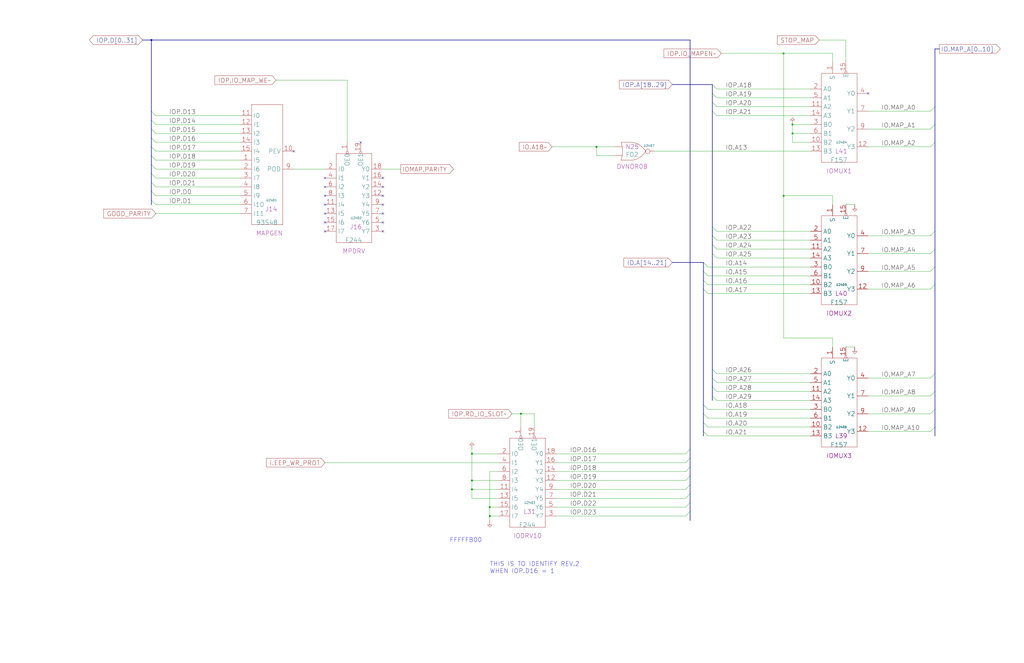
<source format=kicad_sch>
(kicad_sch (version 20250114) (generator "eeschema") (generator_version "9.0")
  (paper "User" 584.2 378.46)
  (title_block (title "IO BUS\\nMAP ADDRESSING") (date "22-SEP-90") (rev "2.0") (comment 1 "IOC") (comment 2 "232-003061") (comment 3 "S400") (comment 4 "RELEASED"))
  (lib_symbols
    (symbol "r1000:93S48" (pin_names (offset 1.016))
      (property "Reference" "U" (at 2.54 5.08 0))
      (property "Value" "93S48" (at -6.35 -7.62 0))
      (property "Location" "___" (at -1.27 0 0))
      (property "Name" "______" (at 1.27 -15.24 0))
      (symbol "93S48_1_1"
        (rectangle (start -8.89 59.69) (end 8.89 -8.89))
        (pin input line (at -15.24 53.34 0) (length 6.35) (name "I0") (number "11"))
        (pin input line (at -15.24 48.26 0) (length 6.35) (name "I1") (number "12"))
        (pin input line (at -15.24 43.18 0) (length 6.35) (name "I2") (number "13"))
        (pin input line (at -15.24 38.1 0) (length 6.35) (name "I3") (number "14"))
        (pin input line (at -15.24 33.02 0) (length 6.35) (name "I4") (number "15"))
        (pin input line (at -15.24 27.94 0) (length 6.35) (name "I5") (number "1"))
        (pin input line (at -15.24 22.86 0) (length 6.35) (name "I6") (number "2"))
        (pin input line (at -15.24 17.78 0) (length 6.35) (name "I7") (number "3"))
        (pin input line (at -15.24 12.7 0) (length 6.35) (name "I8") (number "4"))
        (pin input line (at -15.24 7.62 0) (length 6.35) (name "I9") (number "5"))
        (pin input line (at -15.24 2.54 0) (length 6.35) (name "I10") (number "6"))
        (pin input line (at -15.24 -2.54 0) (length 6.35) (name "I11") (number "7"))
        (pin output line (at 15.24 33.02 180) (length 6.35) (name "PEV") (number "10"))
        (pin output line (at 15.24 22.86 180) (length 6.35) (name "POD") (number "9"))
      )
    )
    (symbol "r1000:F02" (pin_numbers (hide yes)) (pin_names (hide yes))
      (property "Reference" "U" (at 12.16 0.635 0))
      (property "Value" "F02" (at -1.27 -4.445 0))
      (property "Location" "___" (at 2.54 0 0))
      (property "Name" "______" (at 2.54 -12.7 0))
      (symbol "F02_0_1"
        (arc (start -3.81 2.54) (mid -2.9847 -2.54) (end -3.81 -7.62) (stroke (width 0.1524)))
        (polyline (pts (xy -5.08 0) (xy -3.175 0)) (stroke (width 0.1524)))
        (polyline (pts (xy -5.08 -5.08) (xy -3.175 -5.08)) (stroke (width 0.1524)))
        (polyline (pts (xy -3.81 2.54) (xy 2.54 2.54)) (stroke (width 0.1524)))
        (polyline (pts (xy -3.81 -7.62) (xy 2.54 -7.62)) (stroke (width 0.1524)))
        (arc (start 2.54 2.54) (mid 6.9477 0.8966) (end 10.16 -2.54) (stroke (width 0.1524)))
        (arc (start 10.16 -2.54) (mid 6.9515 -5.9823) (end 2.54 -7.62) (stroke (width 0.1524)))
        (circle (center 11.43 -2.54) (radius 1.27) (stroke (width 0.1524)))
        (polyline (pts (xy 13.97 -2.54) (xy 12.7 -2.54)) (stroke (width 0.1524)))
      )
      (symbol "F02_0_2"
        (circle (center -3.81 0) (radius 1.27) (stroke (width 0.1524)))
        (circle (center -3.81 -5.08) (radius 1.27) (stroke (width 0.1524)))
        (polyline (pts (xy -2.54 2.54) (xy -2.54 -7.62)) (stroke (width 0.1524)))
        (polyline (pts (xy -2.54 2.54) (xy 5.08 2.54)) (stroke (width 0.1524)))
        (polyline (pts (xy -2.54 -7.62) (xy 5.08 -7.62)) (stroke (width 0.1524)))
        (arc (start 5.08 2.54) (mid 10.1281 -2.54) (end 5.08 -7.62) (stroke (width 0.1524)))
        (polyline (pts (xy 11.43 -2.54) (xy 10.16 -2.54)) (stroke (width 0.1524)))
        (polyline (pts (xy 11.43 -2.54) (xy 12.7 -2.54)) (stroke (width 0.1524)))
      )
      (symbol "F02_1_1"
        (pin input line (at -7.62 0 0) (length 2.54) (name "D0") (number "1"))
        (pin input line (at -7.62 -5.08 0) (length 2.54) (name "D1") (number "2"))
        (pin output line (at 15.24 -2.54 180) (length 1.27) (name "Q") (number "3"))
      )
      (symbol "F02_1_2"
        (pin input line (at -7.62 0 0) (length 2.54) (name "D0") (number "1"))
        (pin input line (at -7.62 -5.08 0) (length 2.54) (name "D1") (number "2"))
        (pin output line (at 15.24 -2.54 180) (length 2.54) (name "Q") (number "3"))
      )
    )
    (symbol "r1000:F157" (pin_names (offset 1.016))
      (property "Reference" "U" (at 2.54 5.08 0))
      (property "Value" "F157" (at -3.81 -5.08 0))
      (property "Location" "___" (at -1.27 0 0))
      (property "Name" "______" (at 1.27 -12.7 0))
      (symbol "F157_1_1"
        (rectangle (start -8.89 44.45) (end 11.43 -6.35))
        (circle (center 5.08 45.085) (radius 0.635))
        (pin input line (at -15.24 35.56 0) (length 6.35) (name "A0") (number "2"))
        (pin input line (at -15.24 30.48 0) (length 6.35) (name "A1") (number "5"))
        (pin input line (at -15.24 25.4 0) (length 6.35) (name "A2") (number "11"))
        (pin input line (at -15.24 20.32 0) (length 6.35) (name "A3") (number "14"))
        (pin input line (at -15.24 15.24 0) (length 6.35) (name "B0") (number "3"))
        (pin input line (at -15.24 10.16 0) (length 6.35) (name "B1") (number "6"))
        (pin input line (at -15.24 5.08 0) (length 6.35) (name "B2") (number "10"))
        (pin input line (at -15.24 0 0) (length 6.35) (name "B3") (number "13"))
        (pin input line (at -2.54 50.8 270) (length 6.35) (name "S") (number "1"))
        (pin input line (at 5.08 50.8 270) (length 5.08) (name "E") (number "15"))
        (pin output line (at 17.78 33.02 180) (length 6.35) (name "Y0") (number "4"))
        (pin output line (at 17.78 22.86 180) (length 6.35) (name "Y1") (number "7"))
        (pin output line (at 17.78 12.7 180) (length 6.35) (name "Y2") (number "9"))
        (pin output line (at 17.78 2.54 180) (length 6.35) (name "Y3") (number "12"))
      )
    )
    (symbol "r1000:F244" (pin_names (offset 1.016))
      (property "Reference" "U" (at 2.54 5.08 0))
      (property "Value" "F244" (at -3.81 -7.62 0))
      (property "Location" "___" (at -1.27 0 0))
      (property "Name" "______" (at 1.27 -15.24 0))
      (symbol "F244_1_1"
        (rectangle (start -8.89 41.91) (end 11.43 -8.89))
        (circle (center -2.54 42.545) (radius 0.635))
        (circle (center 5.08 42.545) (radius 0.635))
        (pin input line (at -15.24 33.02 0) (length 6.35) (name "I0") (number "2"))
        (pin input line (at -15.24 27.94 0) (length 6.35) (name "I1") (number "4"))
        (pin input line (at -15.24 22.86 0) (length 6.35) (name "I2") (number "6"))
        (pin input line (at -15.24 17.78 0) (length 6.35) (name "I3") (number "8"))
        (pin input line (at -15.24 12.7 0) (length 6.35) (name "I4") (number "11"))
        (pin input line (at -15.24 7.62 0) (length 6.35) (name "I5") (number "13"))
        (pin input line (at -15.24 2.54 0) (length 6.35) (name "I6") (number "15"))
        (pin input line (at -15.24 -2.54 0) (length 6.35) (name "I7") (number "17"))
        (pin input line (at -2.54 48.26 270) (length 5.08) (name "OE0") (number "1"))
        (pin input line (at 5.08 48.26 270) (length 5.08) (name "OE1") (number "19"))
        (pin tri_state line (at 17.78 33.02 180) (length 6.35) (name "Y0") (number "18"))
        (pin tri_state line (at 17.78 27.94 180) (length 6.35) (name "Y1") (number "16"))
        (pin tri_state line (at 17.78 22.86 180) (length 6.35) (name "Y2") (number "14"))
        (pin tri_state line (at 17.78 17.78 180) (length 6.35) (name "Y3") (number "12"))
        (pin tri_state line (at 17.78 12.7 180) (length 6.35) (name "Y4") (number "9"))
        (pin tri_state line (at 17.78 7.62 180) (length 6.35) (name "Y5") (number "7"))
        (pin tri_state line (at 17.78 2.54 180) (length 6.35) (name "Y6") (number "5"))
        (pin tri_state line (at 17.78 -2.54 180) (length 6.35) (name "Y7") (number "3"))
      )
    )
    (symbol "r1000:PD" (power) (pin_numbers (hide yes)) (pin_names (hide yes)) (in_bom no)
      (symbol "PD_0_1"
        (polyline (pts (xy 0 -2.54) (xy 1.27 -2.54) (xy 0 -3.81) (xy -1.27 -2.54) (xy 0 -2.54)) (stroke (width 0.1524)))
      )
      (symbol "PD_1_1"
        (pin power_in line (at 0 0 270) (length 2.54) (name "PD") (number "1"))
      )
    )
    (symbol "r1000:PU" (power) (pin_numbers (hide yes)) (pin_names (hide yes))
      (symbol "PU_0_1"
        (polyline (pts (xy 0 2.54) (xy -1.27 2.54) (xy 0 3.81) (xy 1.27 2.54) (xy 0 2.54)) (stroke (width 0.1524)))
      )
      (symbol "PU_1_1"
        (pin power_in line (at 0 0 90) (length 2.54) (name "PU") (number "1"))
      )
    )
  )
  (text "FFFFFB00\n" (at 256.54 309.88 0) (effects (font (size 2.54 2.54)) (justify left bottom)))
  (text "THIS IS TO IDENTIFY REV.2\nWHEN IOP.D16 = 1\n" (at 279.4 327.66 0) (effects (font (size 2.54 2.54)) (justify left bottom)))
  (junction (at 452.12 71.12))
  (junction (at 269.24 259.08))
  (junction (at 279.4 294.64))
  (junction (at 297.18 236.22))
  (junction (at 452.12 76.2))
  (junction (at 269.24 279.4))
  (junction (at 447.04 30.48))
  (junction (at 340.36 83.82))
  (junction (at 279.4 289.56))
  (junction (at 86.36 22.86))
  (junction (at 447.04 111.76))
  (junction (at 269.24 274.32))
  (no_connect (at 218.44 116.84))
  (no_connect (at 205.74 81.28))
  (no_connect (at 218.44 106.68))
  (no_connect (at 185.42 132.08))
  (no_connect (at 185.42 127))
  (no_connect (at 218.44 127))
  (no_connect (at 218.44 101.6))
  (no_connect (at 218.44 111.76))
  (no_connect (at 218.44 121.92))
  (no_connect (at 185.42 121.92))
  (no_connect (at 167.64 86.36))
  (no_connect (at 185.42 106.68))
  (no_connect (at 495.3 53.34))
  (no_connect (at 185.42 101.6))
  (no_connect (at 185.42 111.76))
  (no_connect (at 218.44 132.08))
  (no_connect (at 185.42 116.84))
  (bus_entry (at 401.32 241.3) (size 2.54 2.54))
  (bus_entry (at 86.36 99.06) (size 2.54 2.54))
  (bus_entry (at 533.4 213.36) (size -2.54 2.54))
  (bus_entry (at 393.7 276.86) (size -2.54 2.54))
  (bus_entry (at 86.36 109.22) (size 2.54 2.54))
  (bus_entry (at 393.7 266.7) (size -2.54 2.54))
  (bus_entry (at 393.7 292.1) (size -2.54 2.54))
  (bus_entry (at 86.36 63.5) (size 2.54 2.54))
  (bus_entry (at 86.36 83.82) (size 2.54 2.54))
  (bus_entry (at 406.4 134.62) (size 2.54 2.54))
  (bus_entry (at 533.4 71.12) (size -2.54 2.54))
  (bus_entry (at 401.32 231.14) (size 2.54 2.54))
  (bus_entry (at 406.4 226.06) (size 2.54 2.54))
  (bus_entry (at 406.4 144.78) (size 2.54 2.54))
  (bus_entry (at 533.4 81.28) (size -2.54 2.54))
  (bus_entry (at 86.36 68.58) (size 2.54 2.54))
  (bus_entry (at 393.7 281.94) (size -2.54 2.54))
  (bus_entry (at 401.32 236.22) (size 2.54 2.54))
  (bus_entry (at 533.4 152.4) (size -2.54 2.54))
  (bus_entry (at 406.4 139.7) (size 2.54 2.54))
  (bus_entry (at 393.7 287.02) (size -2.54 2.54))
  (bus_entry (at 406.4 58.42) (size 2.54 2.54))
  (bus_entry (at 533.4 233.68) (size -2.54 2.54))
  (bus_entry (at 533.4 132.08) (size -2.54 2.54))
  (bus_entry (at 406.4 220.98) (size 2.54 2.54))
  (bus_entry (at 406.4 48.26) (size 2.54 2.54))
  (bus_entry (at 393.7 261.62) (size -2.54 2.54))
  (bus_entry (at 86.36 114.3) (size 2.54 2.54))
  (bus_entry (at 401.32 160.02) (size 2.54 2.54))
  (bus_entry (at 86.36 104.14) (size 2.54 2.54))
  (bus_entry (at 86.36 93.98) (size 2.54 2.54))
  (bus_entry (at 533.4 142.24) (size -2.54 2.54))
  (bus_entry (at 406.4 215.9) (size 2.54 2.54))
  (bus_entry (at 393.7 271.78) (size -2.54 2.54))
  (bus_entry (at 401.32 165.1) (size 2.54 2.54))
  (bus_entry (at 401.32 246.38) (size 2.54 2.54))
  (bus_entry (at 406.4 129.54) (size 2.54 2.54))
  (bus_entry (at 401.32 154.94) (size 2.54 2.54))
  (bus_entry (at 401.32 149.86) (size 2.54 2.54))
  (bus_entry (at 406.4 53.34) (size 2.54 2.54))
  (bus_entry (at 533.4 223.52) (size -2.54 2.54))
  (bus_entry (at 406.4 210.82) (size 2.54 2.54))
  (bus_entry (at 86.36 73.66) (size 2.54 2.54))
  (bus_entry (at 533.4 162.56) (size -2.54 2.54))
  (bus_entry (at 406.4 63.5) (size 2.54 2.54))
  (bus_entry (at 86.36 88.9) (size 2.54 2.54))
  (bus_entry (at 533.4 60.96) (size -2.54 2.54))
  (bus_entry (at 393.7 256.54) (size -2.54 2.54))
  (bus_entry (at 86.36 78.74) (size 2.54 2.54))
  (bus_entry (at 533.4 243.84) (size -2.54 2.54))
  (wire (pts (xy 350.52 88.9) (xy 340.36 88.9)))
  (wire (pts (xy 495.3 246.38) (xy 530.86 246.38)))
  (wire (pts (xy 474.98 111.76) (xy 447.04 111.76)))
  (wire (pts (xy 495.3 63.5) (xy 530.86 63.5)))
  (wire (pts (xy 408.94 137.16) (xy 462.28 137.16)))
  (bus (pts (xy 393.7 287.02) (xy 393.7 292.1)))
  (bus (pts (xy 533.4 132.08) (xy 533.4 142.24)))
  (bus (pts (xy 401.32 231.14) (xy 401.32 236.22)))
  (wire (pts (xy 269.24 279.4) (xy 284.48 279.4)))
  (wire (pts (xy 167.64 96.52) (xy 185.42 96.52)))
  (bus (pts (xy 533.4 27.94) (xy 533.4 60.96)))
  (bus (pts (xy 406.4 220.98) (xy 406.4 226.06)))
  (wire (pts (xy 297.18 236.22) (xy 297.18 243.84)))
  (wire (pts (xy 482.6 116.84) (xy 487.68 116.84)))
  (bus (pts (xy 393.7 256.54) (xy 393.7 261.62)))
  (bus (pts (xy 393.7 261.62) (xy 393.7 266.7)))
  (wire (pts (xy 88.9 76.2) (xy 137.16 76.2)))
  (wire (pts (xy 185.42 264.16) (xy 284.48 264.16)))
  (wire (pts (xy 317.5 274.32) (xy 391.16 274.32)))
  (wire (pts (xy 411.48 30.48) (xy 447.04 30.48)))
  (bus (pts (xy 533.4 60.96) (xy 533.4 71.12)))
  (wire (pts (xy 269.24 274.32) (xy 284.48 274.32)))
  (bus (pts (xy 401.32 246.38) (xy 401.32 248.92)))
  (bus (pts (xy 406.4 134.62) (xy 406.4 139.7)))
  (wire (pts (xy 88.9 81.28) (xy 137.16 81.28)))
  (wire (pts (xy 317.5 279.4) (xy 391.16 279.4)))
  (bus (pts (xy 401.32 241.3) (xy 401.32 246.38)))
  (wire (pts (xy 403.86 152.4) (xy 462.28 152.4)))
  (bus (pts (xy 86.36 83.82) (xy 86.36 88.9)))
  (bus (pts (xy 401.32 236.22) (xy 401.32 241.3)))
  (wire (pts (xy 279.4 297.18) (xy 279.4 294.64)))
  (wire (pts (xy 403.86 238.76) (xy 462.28 238.76)))
  (wire (pts (xy 408.94 142.24) (xy 462.28 142.24)))
  (bus (pts (xy 533.4 243.84) (xy 533.4 248.92)))
  (wire (pts (xy 317.5 264.16) (xy 391.16 264.16)))
  (wire (pts (xy 279.4 294.64) (xy 284.48 294.64)))
  (wire (pts (xy 284.48 284.48) (xy 269.24 284.48)))
  (wire (pts (xy 88.9 106.68) (xy 137.16 106.68)))
  (wire (pts (xy 157.48 45.72) (xy 198.12 45.72)))
  (bus (pts (xy 86.36 78.74) (xy 86.36 83.82)))
  (bus (pts (xy 393.7 292.1) (xy 393.7 297.18)))
  (wire (pts (xy 482.6 198.12) (xy 487.68 198.12)))
  (wire (pts (xy 495.3 215.9) (xy 530.86 215.9)))
  (bus (pts (xy 406.4 48.26) (xy 406.4 53.34)))
  (wire (pts (xy 403.86 162.56) (xy 462.28 162.56)))
  (wire (pts (xy 317.5 294.64) (xy 391.16 294.64)))
  (bus (pts (xy 81.28 22.86) (xy 86.36 22.86)))
  (wire (pts (xy 408.94 228.6) (xy 462.28 228.6)))
  (bus (pts (xy 533.4 81.28) (xy 533.4 132.08)))
  (wire (pts (xy 408.94 66.04) (xy 462.28 66.04)))
  (wire (pts (xy 403.86 248.92) (xy 462.28 248.92)))
  (wire (pts (xy 408.94 60.96) (xy 462.28 60.96)))
  (wire (pts (xy 495.3 83.82) (xy 530.86 83.82)))
  (wire (pts (xy 314.96 83.82) (xy 340.36 83.82)))
  (wire (pts (xy 279.4 289.56) (xy 284.48 289.56)))
  (wire (pts (xy 317.5 289.56) (xy 391.16 289.56)))
  (bus (pts (xy 406.4 144.78) (xy 406.4 210.82)))
  (wire (pts (xy 495.3 144.78) (xy 530.86 144.78)))
  (bus (pts (xy 406.4 53.34) (xy 406.4 58.42)))
  (bus (pts (xy 86.36 104.14) (xy 86.36 109.22)))
  (bus (pts (xy 86.36 99.06) (xy 86.36 104.14)))
  (wire (pts (xy 269.24 259.08) (xy 269.24 256.54)))
  (wire (pts (xy 408.94 55.88) (xy 462.28 55.88)))
  (bus (pts (xy 401.32 165.1) (xy 401.32 231.14)))
  (wire (pts (xy 403.86 157.48) (xy 462.28 157.48)))
  (bus (pts (xy 406.4 210.82) (xy 406.4 215.9)))
  (wire (pts (xy 474.98 198.12) (xy 474.98 193.04)))
  (bus (pts (xy 401.32 149.86) (xy 401.32 154.94)))
  (wire (pts (xy 88.9 116.84) (xy 137.16 116.84)))
  (wire (pts (xy 482.6 22.86) (xy 482.6 35.56)))
  (wire (pts (xy 467.36 22.86) (xy 482.6 22.86)))
  (bus (pts (xy 393.7 271.78) (xy 393.7 276.86)))
  (wire (pts (xy 495.3 73.66) (xy 530.86 73.66)))
  (wire (pts (xy 452.12 76.2) (xy 462.28 76.2)))
  (bus (pts (xy 533.4 27.94) (xy 535.94 27.94)))
  (wire (pts (xy 88.9 86.36) (xy 137.16 86.36)))
  (wire (pts (xy 269.24 279.4) (xy 269.24 274.32)))
  (bus (pts (xy 393.7 266.7) (xy 393.7 271.78)))
  (bus (pts (xy 406.4 139.7) (xy 406.4 144.78)))
  (bus (pts (xy 406.4 226.06) (xy 406.4 228.6)))
  (bus (pts (xy 533.4 71.12) (xy 533.4 81.28)))
  (wire (pts (xy 403.86 243.84) (xy 462.28 243.84)))
  (bus (pts (xy 383.54 48.26) (xy 406.4 48.26)))
  (bus (pts (xy 533.4 233.68) (xy 533.4 243.84)))
  (bus (pts (xy 86.36 63.5) (xy 86.36 68.58)))
  (wire (pts (xy 88.9 66.04) (xy 137.16 66.04)))
  (bus (pts (xy 533.4 213.36) (xy 533.4 223.52)))
  (wire (pts (xy 403.86 233.68) (xy 462.28 233.68)))
  (wire (pts (xy 474.98 193.04) (xy 447.04 193.04)))
  (wire (pts (xy 452.12 71.12) (xy 462.28 71.12)))
  (wire (pts (xy 452.12 76.2) (xy 452.12 71.12)))
  (wire (pts (xy 495.3 236.22) (xy 530.86 236.22)))
  (bus (pts (xy 86.36 68.58) (xy 86.36 73.66)))
  (bus (pts (xy 533.4 152.4) (xy 533.4 162.56)))
  (bus (pts (xy 383.54 149.86) (xy 401.32 149.86)))
  (wire (pts (xy 279.4 294.64) (xy 279.4 289.56)))
  (wire (pts (xy 279.4 269.24) (xy 284.48 269.24)))
  (wire (pts (xy 495.3 226.06) (xy 530.86 226.06)))
  (bus (pts (xy 393.7 281.94) (xy 393.7 287.02)))
  (wire (pts (xy 88.9 121.92) (xy 137.16 121.92)))
  (wire (pts (xy 88.9 96.52) (xy 137.16 96.52)))
  (bus (pts (xy 533.4 142.24) (xy 533.4 152.4)))
  (wire (pts (xy 373.38 86.36) (xy 462.28 86.36)))
  (wire (pts (xy 269.24 284.48) (xy 269.24 279.4)))
  (wire (pts (xy 292.1 236.22) (xy 297.18 236.22)))
  (wire (pts (xy 340.36 83.82) (xy 350.52 83.82)))
  (wire (pts (xy 447.04 111.76) (xy 447.04 30.48)))
  (bus (pts (xy 406.4 129.54) (xy 406.4 134.62)))
  (bus (pts (xy 86.36 73.66) (xy 86.36 78.74)))
  (wire (pts (xy 447.04 30.48) (xy 474.98 30.48)))
  (bus (pts (xy 393.7 22.86) (xy 86.36 22.86)))
  (wire (pts (xy 408.94 132.08) (xy 462.28 132.08)))
  (wire (pts (xy 88.9 71.12) (xy 137.16 71.12)))
  (wire (pts (xy 279.4 289.56) (xy 279.4 269.24)))
  (bus (pts (xy 393.7 22.86) (xy 393.7 256.54)))
  (wire (pts (xy 408.94 50.8) (xy 462.28 50.8)))
  (wire (pts (xy 269.24 274.32) (xy 269.24 259.08)))
  (wire (pts (xy 447.04 193.04) (xy 447.04 111.76)))
  (bus (pts (xy 86.36 93.98) (xy 86.36 99.06)))
  (wire (pts (xy 269.24 259.08) (xy 284.48 259.08)))
  (wire (pts (xy 88.9 91.44) (xy 137.16 91.44)))
  (bus (pts (xy 533.4 223.52) (xy 533.4 233.68)))
  (wire (pts (xy 462.28 81.28) (xy 452.12 81.28)))
  (wire (pts (xy 408.94 218.44) (xy 462.28 218.44)))
  (bus (pts (xy 86.36 22.86) (xy 86.36 63.5)))
  (bus (pts (xy 86.36 88.9) (xy 86.36 93.98)))
  (wire (pts (xy 340.36 88.9) (xy 340.36 83.82)))
  (wire (pts (xy 88.9 101.6) (xy 137.16 101.6)))
  (wire (pts (xy 88.9 111.76) (xy 137.16 111.76)))
  (wire (pts (xy 198.12 45.72) (xy 198.12 81.28)))
  (wire (pts (xy 474.98 30.48) (xy 474.98 35.56)))
  (wire (pts (xy 408.94 147.32) (xy 462.28 147.32)))
  (wire (pts (xy 474.98 116.84) (xy 474.98 111.76)))
  (bus (pts (xy 393.7 276.86) (xy 393.7 281.94)))
  (bus (pts (xy 401.32 160.02) (xy 401.32 165.1)))
  (wire (pts (xy 495.3 134.62) (xy 530.86 134.62)))
  (bus (pts (xy 533.4 162.56) (xy 533.4 213.36)))
  (wire (pts (xy 495.3 165.1) (xy 530.86 165.1)))
  (bus (pts (xy 406.4 63.5) (xy 406.4 129.54)))
  (wire (pts (xy 495.3 154.94) (xy 530.86 154.94)))
  (wire (pts (xy 408.94 223.52) (xy 462.28 223.52)))
  (wire (pts (xy 317.5 259.08) (xy 391.16 259.08)))
  (bus (pts (xy 406.4 58.42) (xy 406.4 63.5)))
  (wire (pts (xy 452.12 81.28) (xy 452.12 76.2)))
  (wire (pts (xy 218.44 96.52) (xy 228.6 96.52)))
  (bus (pts (xy 406.4 215.9) (xy 406.4 220.98)))
  (wire (pts (xy 408.94 213.36) (xy 462.28 213.36)))
  (bus (pts (xy 86.36 114.3) (xy 86.36 116.84)))
  (wire (pts (xy 403.86 167.64) (xy 462.28 167.64)))
  (wire (pts (xy 317.5 269.24) (xy 391.16 269.24)))
  (bus (pts (xy 86.36 109.22) (xy 86.36 114.3)))
  (wire (pts (xy 304.8 236.22) (xy 304.8 243.84)))
  (bus (pts (xy 401.32 154.94) (xy 401.32 160.02)))
  (wire (pts (xy 297.18 236.22) (xy 304.8 236.22)))
  (wire (pts (xy 317.5 284.48) (xy 391.16 284.48)))
  (label "IO.A17" (at 414.02 167.64 0) (effects (font (size 2.54 2.54))))
  (label "IOP.D17" (at 96.52 86.36 0) (effects (font (size 2.54 2.54))))
  (label "IOP.A29" (at 414.02 228.6 0) (effects (font (size 2.54 2.54))))
  (label "IOP.D16" (at 325.12 259.08 0) (effects (font (size 2.54 2.54))))
  (label "IO.A16" (at 414.02 162.56 0) (effects (font (size 2.54 2.54))))
  (label "IOP.D19" (at 96.52 96.52 0) (effects (font (size 2.54 2.54))))
  (label "IOP.A22" (at 414.02 132.08 0) (effects (font (size 2.54 2.54))))
  (label "IOP.D18" (at 325.12 269.24 0) (effects (font (size 2.54 2.54))))
  (label "IO.MAP_A8" (at 502.92 226.06 0) (effects (font (size 2.54 2.54))))
  (label "IO.MAP_A4" (at 502.92 144.78 0) (effects (font (size 2.54 2.54))))
  (label "IOP.D19" (at 325.12 274.32 0) (effects (font (size 2.54 2.54))))
  (label "IOP.D20" (at 325.12 279.4 0) (effects (font (size 2.54 2.54))))
  (label "IO.A19" (at 414.02 238.76 0) (effects (font (size 2.54 2.54))))
  (label "IO.A15" (at 414.02 157.48 0) (effects (font (size 2.54 2.54))))
  (label "IOP.A25" (at 414.02 147.32 0) (effects (font (size 2.54 2.54))))
  (label "IO.A21" (at 414.02 248.92 0) (effects (font (size 2.54 2.54))))
  (label "IO.A20" (at 414.02 243.84 0) (effects (font (size 2.54 2.54))))
  (label "IOP.A28" (at 414.02 223.52 0) (effects (font (size 2.54 2.54))))
  (label "IO.MAP_A5" (at 502.92 154.94 0) (effects (font (size 2.54 2.54))))
  (label "IO.A13" (at 414.02 86.36 0) (effects (font (size 2.54 2.54))))
  (label "IO.A18" (at 414.02 233.68 0) (effects (font (size 2.54 2.54))))
  (label "IOP.D16" (at 96.52 81.28 0) (effects (font (size 2.54 2.54))))
  (label "IO.MAP_A1" (at 502.92 73.66 0) (effects (font (size 2.54 2.54))))
  (label "IOP.D21" (at 325.12 284.48 0) (effects (font (size 2.54 2.54))))
  (label "IO.MAP_A2" (at 502.92 83.82 0) (effects (font (size 2.54 2.54))))
  (label "IOP.D15" (at 96.52 76.2 0) (effects (font (size 2.54 2.54))))
  (label "IO.MAP_A6" (at 502.92 165.1 0) (effects (font (size 2.54 2.54))))
  (label "IOP.D20" (at 96.52 101.6 0) (effects (font (size 2.54 2.54))))
  (label "IOP.A26" (at 414.02 213.36 0) (effects (font (size 2.54 2.54))))
  (label "IOP.A23" (at 414.02 137.16 0) (effects (font (size 2.54 2.54))))
  (label "IO.MAP_A3" (at 502.92 134.62 0) (effects (font (size 2.54 2.54))))
  (label "IOP.A18" (at 414.02 50.8 0) (effects (font (size 2.54 2.54))))
  (label "IOP.D0" (at 96.52 111.76 0) (effects (font (size 2.54 2.54))))
  (label "IOP.D22" (at 325.12 289.56 0) (effects (font (size 2.54 2.54))))
  (label "IOP.D18" (at 96.52 91.44 0) (effects (font (size 2.54 2.54))))
  (label "IO.MAP_A0" (at 502.92 63.5 0) (effects (font (size 2.54 2.54))))
  (label "IO.A14" (at 414.02 152.4 0) (effects (font (size 2.54 2.54))))
  (label "IOP.D14" (at 96.52 71.12 0) (effects (font (size 2.54 2.54))))
  (label "IOP.D17" (at 325.12 264.16 0) (effects (font (size 2.54 2.54))))
  (label "IO.MAP_A7" (at 502.92 215.9 0) (effects (font (size 2.54 2.54))))
  (label "IOP.D21" (at 96.52 106.68 0) (effects (font (size 2.54 2.54))))
  (label "IOP.A24" (at 414.02 142.24 0) (effects (font (size 2.54 2.54))))
  (label "IOP.A19" (at 414.02 55.88 0) (effects (font (size 2.54 2.54))))
  (label "IOP.D1" (at 96.52 116.84 0) (effects (font (size 2.54 2.54))))
  (label "IO.MAP_A9" (at 502.92 236.22 0) (effects (font (size 2.54 2.54))))
  (label "IOP.D13" (at 96.52 66.04 0) (effects (font (size 2.54 2.54))))
  (label "IOP.D23" (at 325.12 294.64 0) (effects (font (size 2.54 2.54))))
  (label "IO.MAP_A10" (at 502.92 246.38 0) (effects (font (size 2.54 2.54))))
  (label "IOP.A20" (at 414.02 60.96 0) (effects (font (size 2.54 2.54))))
  (label "IOP.A27" (at 414.02 218.44 0) (effects (font (size 2.54 2.54))))
  (label "IOP.A21" (at 414.02 66.04 0) (effects (font (size 2.54 2.54))))
  (global_label "IO.A18~" (shape input) (at 314.96 83.82 180) (effects (font (size 2.54 2.54))) (property "Intersheetrefs" "${INTERSHEET_REFS}" (at 295.8435 83.6613 0) (effects (font (size 1.905 1.905)) (justify right))))
  (global_label "IOP.D[0..31]" (shape bidirectional) (at 81.28 22.86 180) (effects (font (size 2.54 2.54))) (property "Intersheetrefs" "${INTERSHEET_REFS}" (at 50.0244 22.86 0) (effects (font (size 1.905 1.905)) (justify right))))
  (global_label "IOP.A[18..29]" (shape input) (at 383.54 48.26 180) (effects (font (size 2.54 2.54))) (property "Intersheetrefs" "${INTERSHEET_REFS}" (at 353.054 48.1013 0) (effects (font (size 1.905 1.905)) (justify right))))
  (global_label "GOOD_PARITY" (shape input) (at 88.9 121.92 180) (effects (font (size 2.54 2.54))) (property "Intersheetrefs" "${INTERSHEET_REFS}" (at 58.7768 121.7613 0) (effects (font (size 1.905 1.905)) (justify right))))
  (global_label "IOP.IO_MAPEN~" (shape input) (at 411.48 30.48 180) (effects (font (size 2.54 2.54))) (property "Intersheetrefs" "${INTERSHEET_REFS}" (at 378.454 30.3213 0) (effects (font (size 1.905 1.905)) (justify right))))
  (global_label "IOMAP.PARITY" (shape output) (at 228.6 96.52 0) (effects (font (size 2.54 2.54))) (property "Intersheetrefs" "${INTERSHEET_REFS}" (at 259.086 96.3613 0) (effects (font (size 1.905 1.905)) (justify left))))
  (global_label "I.EEP_WR_PROT" (shape input) (at 185.42 264.16 180) (effects (font (size 2.54 2.54))) (property "Intersheetrefs" "${INTERSHEET_REFS}" (at 151.6682 264.0013 0) (effects (font (size 1.905 1.905)) (justify right))))
  (global_label "IOP.IO_MAP_WE~" (shape input) (at 157.48 45.72 180) (effects (font (size 2.54 2.54))) (property "Intersheetrefs" "${INTERSHEET_REFS}" (at 122.2768 45.5613 0) (effects (font (size 1.905 1.905)) (justify right))))
  (global_label "IO.MAP_A[0..10]" (shape output) (at 535.94 27.94 0) (effects (font (size 2.54 2.54))) (property "Intersheetrefs" "${INTERSHEET_REFS}" (at 571.0222 27.7813 0) (effects (font (size 1.905 1.905)) (justify left))))
  (global_label "STOP_MAP" (shape input) (at 467.36 22.86 180) (effects (font (size 2.54 2.54))) (property "Intersheetrefs" "${INTERSHEET_REFS}" (at 443.0425 22.7013 0) (effects (font (size 1.905 1.905)) (justify right))))
  (global_label "IO.A[14..21]" (shape input) (at 383.54 149.86 180) (effects (font (size 2.54 2.54))) (property "Intersheetrefs" "${INTERSHEET_REFS}" (at 355.594 149.7013 0) (effects (font (size 1.905 1.905)) (justify right))))
  (global_label "IOP.RD_IO_SLOT~" (shape input) (at 292.1 236.22 180) (effects (font (size 2.54 2.54))) (property "Intersheetrefs" "${INTERSHEET_REFS}" (at 255.5663 236.0613 0) (effects (font (size 1.905 1.905)) (justify right))))
  (symbol (lib_id "r1000:PD") (at 487.68 198.12 0) (unit 1) (in_bom no)
    (property "Reference" "#PWR0148" (effects (hide yes)))
    (property "Value" "PD" (effects (hide yes)))
  )
  (symbol (lib_id "r1000:F157") (at 477.52 167.64 0) (unit 1)
    (property "Reference" "U2405" (at 480.06 162.56 0))
    (property "Value" "F157" (at 473.71 172.72 0) (effects (font (size 2.54 2.54)) (justify left)))
    (property "Location" "L40" (at 476.25 167.64 0) (effects (font (size 2.54 2.54)) (justify left)))
    (property "Name" "IOMUX2" (at 478.79 180.34 0) (effects (font (size 2.54 2.54)) (justify bottom)))
  )
  (symbol (lib_id "r1000:F157") (at 477.52 86.36 0) (unit 1)
    (property "Reference" "U2404" (at 480.06 81.28 0))
    (property "Value" "F157" (at 473.71 91.44 0) (effects (font (size 2.54 2.54)) (justify left)))
    (property "Location" "L41" (at 476.25 86.36 0) (effects (font (size 2.54 2.54)) (justify left)))
    (property "Name" "IOMUX1" (at 478.79 99.06 0) (effects (font (size 2.54 2.54)) (justify bottom)))
  )
  (symbol (lib_id "r1000:PU") (at 452.12 71.12 0) (unit 1)
    (property "Reference" "#PWR0151" (effects (hide yes)))
    (property "Value" "PU" (effects (hide yes)))
  )
  (symbol (lib_id "r1000:PU") (at 269.24 256.54 0) (unit 1)
    (property "Reference" "#PWR02401" (effects (hide yes)))
    (property "Value" "PU" (effects (hide yes)))
  )
  (symbol (lib_id "r1000:F02") (at 358.14 83.82 0) (unit 1)
    (property "Reference" "U2407" (at 370.3 83.185 0))
    (property "Value" "F02" (at 356.87 88.265 0) (effects (font (size 2.54 2.54)) (justify left)))
    (property "Location" "N25" (at 360.68 83.82 0) (effects (font (size 2.54 2.54))))
    (property "Name" "DVNOR0B" (at 360.68 96.52 0) (effects (font (size 2.54 2.54)) (justify bottom)))
  )
  (symbol (lib_id "r1000:F244") (at 200.66 129.54 0) (unit 1)
    (property "Reference" "U2402" (at 203.2 124.46 0))
    (property "Value" "F244" (at 196.85 137.16 0) (effects (font (size 2.54 2.54)) (justify left)))
    (property "Location" "J16" (at 199.39 129.54 0) (effects (font (size 2.54 2.54)) (justify left)))
    (property "Name" "MPDRV" (at 201.93 144.78 0) (effects (font (size 2.54 2.54)) (justify bottom)))
  )
  (symbol (lib_id "r1000:PD") (at 487.68 116.84 0) (unit 1) (in_bom no)
    (property "Reference" "#PWR0149" (effects (hide yes)))
    (property "Value" "PD" (effects (hide yes)))
  )
  (symbol (lib_id "r1000:F244") (at 299.72 292.1 0) (unit 1)
    (property "Reference" "U2403" (at 302.26 287.02 0))
    (property "Value" "F244" (at 295.91 299.72 0) (effects (font (size 2.54 2.54)) (justify left)))
    (property "Location" "L31" (at 298.45 292.1 0) (effects (font (size 2.54 2.54)) (justify left)))
    (property "Name" "IODRV10" (at 300.99 307.34 0) (effects (font (size 2.54 2.54)) (justify bottom)))
  )
  (symbol (lib_id "r1000:F157") (at 477.52 248.92 0) (unit 1)
    (property "Reference" "U2406" (at 480.06 243.84 0))
    (property "Value" "F157" (at 473.71 254 0) (effects (font (size 2.54 2.54)) (justify left)))
    (property "Location" "L39" (at 476.25 248.92 0) (effects (font (size 2.54 2.54)) (justify left)))
    (property "Name" "IOMUX3" (at 478.79 261.62 0) (effects (font (size 2.54 2.54)) (justify bottom)))
  )
  (symbol (lib_id "r1000:93S48") (at 152.4 119.38 0) (unit 1)
    (property "Reference" "U2401" (at 154.94 114.3 0))
    (property "Value" "93S48" (at 146.05 127 0) (effects (font (size 2.54 2.54)) (justify left)))
    (property "Location" "J14" (at 151.13 119.38 0) (effects (font (size 2.54 2.54)) (justify left)))
    (property "Name" "MAPGEN" (at 153.67 134.62 0) (effects (font (size 2.54 2.54)) (justify bottom)))
  )
  (symbol (lib_id "r1000:PD") (at 279.4 297.18 0) (unit 1) (in_bom no)
    (property "Reference" "#PWR02402" (effects (hide yes)))
    (property "Value" "PD" (effects (hide yes)))
  )
)
</source>
